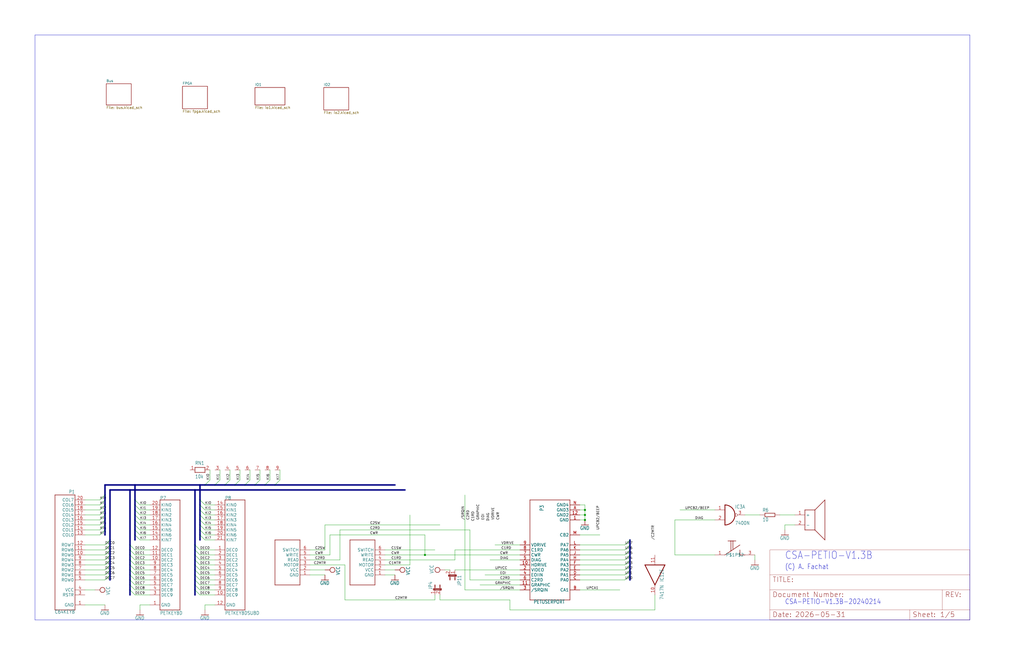
<source format=kicad_sch>
(kicad_sch (version 20250114) (generator "eeschema") (generator_version "9.0")
  (paper "User" 520.243 335.763)
  (lib_symbols
    (symbol "csa_petio_v1-eagle-import:7400N"
      (property "Reference" "IC" (at -0.635 -0.635 0))
      (symbol "7400N_1_0"
        (pin input line (at -7.62 2.54 0) (length 5.08) (name "I0") (number "1"))
        (pin input line (at -7.62 -2.54 0) (length 5.08) (name "I1") (number "2"))
        (pin output inverted (at 7.62 0 180) (length 5.08) (name "O") (number "3"))
      )
      (symbol "7400N_2_0"
        (pin input line (at -7.62 2.54 0) (length 5.08) (name "I0") (number "4"))
        (pin input line (at -7.62 -2.54 0) (length 5.08) (name "I1") (number "5"))
        (pin output inverted (at 7.62 0 180) (length 5.08) (name "O") (number "6"))
      )
      (symbol "7400N_3_0"
        (pin input line (at -7.62 2.54 0) (length 5.08) (name "I0") (number "9"))
        (pin input line (at -7.62 -2.54 0) (length 5.08) (name "I1") (number "10"))
        (pin output inverted (at 7.62 0 180) (length 5.08) (name "O") (number "8"))
      )
      (symbol "7400N_4_0"
        (pin input line (at -7.62 2.54 0) (length 5.08) (name "I0") (number "12"))
        (pin input line (at -7.62 -2.54 0) (length 5.08) (name "I1") (number "13"))
        (pin output inverted (at 7.62 0 180) (length 5.08) (name "O") (number "11"))
      )
      (symbol "7400N_5_0"
        (text "VCC" (at 1.905 2.54 900) (effects (font (size 1.27 1.0795)) (justify left bottom)))
        (text "GND" (at 1.905 -5.842 900) (effects (font (size 1.27 1.0795)) (justify left bottom)))
        (pin power_in line (at 0 7.62 270) (length 5.08) (name "VCC") (number "14"))
        (pin power_in line (at 0 -7.62 90) (length 5.08) (name "GND") (number "7"))
      )
    )
    (symbol "csa_petio_v1-eagle-import:7417N"
      (property "Reference" "IC" (at -0.635 -0.635 0))
      (symbol "7417N_1_0"
        (pin input line (at -10.16 0 0) (length 5.08) (name "I") (number "1"))
        (pin open_collector line (at 10.16 0 180) (length 5.08) (name "O") (number "2"))
      )
      (symbol "7417N_2_0"
        (pin input line (at -10.16 0 0) (length 5.08) (name "I") (number "3"))
        (pin open_collector line (at 10.16 0 180) (length 5.08) (name "O") (number "4"))
      )
      (symbol "7417N_3_0"
        (pin input line (at -10.16 0 0) (length 5.08) (name "I") (number "5"))
        (pin open_collector line (at 10.16 0 180) (length 5.08) (name "O") (number "6"))
      )
      (symbol "7417N_4_0"
        (pin input line (at -10.16 0 0) (length 5.08) (name "I") (number "9"))
        (pin open_collector line (at 10.16 0 180) (length 5.08) (name "O") (number "8"))
      )
      (symbol "7417N_5_0"
        (pin input line (at -10.16 0 0) (length 5.08) (name "I") (number "11"))
        (pin open_collector line (at 10.16 0 180) (length 5.08) (name "O") (number "10"))
      )
      (symbol "7417N_6_0"
        (pin input line (at -10.16 0 0) (length 5.08) (name "I") (number "13"))
        (pin open_collector line (at 10.16 0 180) (length 5.08) (name "O") (number "12"))
      )
      (symbol "7417N_7_0"
        (text "VCC" (at 1.905 2.54 900) (effects (font (size 1.27 1.0795)) (justify left bottom)))
        (text "GND" (at 1.905 -5.842 900) (effects (font (size 1.27 1.0795)) (justify left bottom)))
        (pin power_in line (at 0 7.62 270) (length 5.08) (name "VCC") (number "14"))
        (pin power_in line (at 0 -7.62 90) (length 5.08) (name "GND") (number "7"))
      )
    )
    (symbol "csa_petio_v1-eagle-import:C64KEYB"
      (property "Reference" "P" (at -7.62 -35.56 0))
      (symbol "C64KEYB_1_0"
        (pin bidirectional line (at -12.7 22.86 0) (length 5.08) (name "GND") (number "1"))
        (pin bidirectional line (at -12.7 17.78 0) (length 5.08) (name "RSTR") (number "3"))
        (pin bidirectional line (at -12.7 15.24 0) (length 5.08) (name "VCC") (number "4"))
        (pin bidirectional line (at -12.7 10.16 0) (length 5.08) (name "ROW0") (number "5"))
        (pin bidirectional line (at -12.7 7.62 0) (length 5.08) (name "ROW1") (number "6"))
        (pin bidirectional line (at -12.7 5.08 0) (length 5.08) (name "ROW2") (number "7"))
        (pin bidirectional line (at -12.7 2.54 0) (length 5.08) (name "ROW3") (number "8"))
        (pin bidirectional line (at -12.7 0 0) (length 5.08) (name "ROW4") (number "9"))
        (pin bidirectional line (at -12.7 -2.54 0) (length 5.08) (name "ROW5") (number "10"))
        (pin bidirectional line (at -12.7 -5.08 0) (length 5.08) (name "ROW6") (number "11"))
        (pin bidirectional line (at -12.7 -7.62 0) (length 5.08) (name "ROW7") (number "12"))
        (pin bidirectional line (at -12.7 -12.7 0) (length 5.08) (name "COL0") (number "13"))
        (pin bidirectional line (at -12.7 -15.24 0) (length 5.08) (name "COL1") (number "14"))
        (pin bidirectional line (at -12.7 -17.78 0) (length 5.08) (name "COL2") (number "15"))
        (pin bidirectional line (at -12.7 -20.32 0) (length 5.08) (name "COL3") (number "16"))
        (pin bidirectional line (at -12.7 -22.86 0) (length 5.08) (name "COL4") (number "17"))
        (pin bidirectional line (at -12.7 -25.4 0) (length 5.08) (name "COL5") (number "18"))
        (pin bidirectional line (at -12.7 -27.94 0) (length 5.08) (name "COL6") (number "19"))
        (pin bidirectional line (at -12.7 -30.48 0) (length 5.08) (name "COL7") (number "20"))
      )
    )
    (symbol "csa_petio_v1-eagle-import:CBMTAPE"
      (symbol "CBMTAPE_1_0"
        (pin bidirectional line (at -12.7 10.16 0) (length 5.08) (name "GND") (number "1"))
        (pin bidirectional line (at -12.7 7.62 0) (length 5.08) (name "VCC") (number "2"))
        (pin bidirectional line (at -12.7 5.08 0) (length 5.08) (name "MOTOR") (number "3"))
        (pin bidirectional line (at -12.7 2.54 0) (length 5.08) (name "READ") (number "4"))
        (pin bidirectional line (at -12.7 0 0) (length 5.08) (name "WRITE") (number "5"))
        (pin bidirectional line (at -12.7 -2.54 0) (length 5.08) (name "SWITCH") (number "6"))
      )
    )
    (symbol "csa_petio_v1-eagle-import:DOCFIELD"
      (symbol "DOCFIELD_1_0"
        (text "TITLE:" (at 1.27 19.05 0) (effects (font (size 2.54 2.54)) (justify left bottom)))
        (text "Document Number:" (at 1.27 11.43 0) (effects (font (size 2.54 2.54)) (justify left bottom)))
        (text "Date:" (at 1.27 1.27 0) (effects (font (size 2.54 2.54)) (justify left bottom)))
        (text "${CURRENT_DATE}" (at 12.7 1.27 0) (effects (font (size 2.54 2.54)) (justify left bottom)))
        (text "${PROJECTNAME}" (at 17.78 19.05 0) (effects (font (size 2.54 2.54)) (justify left bottom)))
        (text "Sheet:" (at 72.39 1.27 0) (effects (font (size 2.54 2.54)) (justify left bottom)))
        (text "${#}/${##}" (at 86.36 1.27 0) (effects (font (size 2.54 2.54)) (justify left bottom)))
        (text "REV:" (at 88.9 11.43 0) (effects (font (size 2.54 2.54)) (justify left bottom)))
      )
    )
    (symbol "csa_petio_v1-eagle-import:GND" (power)
      (symbol "GND_1_0"
        (pin power_in line (at 0 2.54 270) (length 2.54) (name "GND") (number "1"))
      )
    )
    (symbol "csa_petio_v1-eagle-import:JP1E"
      (property "Reference" "JP" (at -1.27 0 90))
      (symbol "JP1E_1_0"
        (pin passive line (at 0 -2.54 90) (length 2.54) (name "1") (number "1"))
        (pin passive line (at 2.54 -2.54 90) (length 2.54) (name "2") (number "2"))
      )
    )
    (symbol "csa_petio_v1-eagle-import:PETKEYBD"
      (symbol "PETKEYBD_1_0"
        (pin bidirectional line (at -10.16 25.4 0) (length 5.08) (name "KIN0") (number "20"))
        (pin bidirectional line (at -10.16 22.86 0) (length 5.08) (name "KIN1") (number "19"))
        (pin bidirectional line (at -10.16 20.32 0) (length 5.08) (name "KIN2") (number "18"))
        (pin bidirectional line (at -10.16 17.78 0) (length 5.08) (name "KIN3") (number "17"))
        (pin bidirectional line (at -10.16 15.24 0) (length 5.08) (name "KIN4") (number "16"))
        (pin bidirectional line (at -10.16 12.7 0) (length 5.08) (name "KIN5") (number "15"))
        (pin bidirectional line (at -10.16 10.16 0) (length 5.08) (name "KIN6") (number "14"))
        (pin bidirectional line (at -10.16 7.62 0) (length 5.08) (name "KIN7") (number "13"))
        (pin bidirectional line (at -10.16 2.54 0) (length 5.08) (name "DEC0") (number "12"))
        (pin bidirectional line (at -10.16 0 0) (length 5.08) (name "DEC1") (number "11"))
        (pin bidirectional line (at -10.16 -2.54 0) (length 5.08) (name "DEC2") (number "10"))
        (pin bidirectional line (at -10.16 -5.08 0) (length 5.08) (name "DEC3") (number "9"))
        (pin bidirectional line (at -10.16 -7.62 0) (length 5.08) (name "DEC4") (number "8"))
        (pin bidirectional line (at -10.16 -10.16 0) (length 5.08) (name "DEC5") (number "7"))
        (pin bidirectional line (at -10.16 -12.7 0) (length 5.08) (name "DEC6") (number "6"))
        (pin bidirectional line (at -10.16 -15.24 0) (length 5.08) (name "DEC7") (number "5"))
        (pin bidirectional line (at -10.16 -17.78 0) (length 5.08) (name "DEC8") (number "4"))
        (pin bidirectional line (at -10.16 -20.32 0) (length 5.08) (name "DEC9") (number "3"))
        (pin bidirectional line (at -10.16 -25.4 0) (length 5.08) (name "GND") (number "1"))
      )
    )
    (symbol "csa_petio_v1-eagle-import:PETKEYBDSUBD"
      (symbol "PETKEYBDSUBD_1_0"
        (pin bidirectional line (at -10.16 25.4 0) (length 5.08) (name "KIN0") (number "14"))
        (pin bidirectional line (at -10.16 22.86 0) (length 5.08) (name "KIN1") (number "15"))
        (pin bidirectional line (at -10.16 20.32 0) (length 5.08) (name "KIN2") (number "16"))
        (pin bidirectional line (at -10.16 17.78 0) (length 5.08) (name "KIN3") (number "17"))
        (pin bidirectional line (at -10.16 15.24 0) (length 5.08) (name "KIN4") (number "18"))
        (pin bidirectional line (at -10.16 12.7 0) (length 5.08) (name "KIN5") (number "19"))
        (pin bidirectional line (at -10.16 10.16 0) (length 5.08) (name "KIN6") (number "20"))
        (pin bidirectional line (at -10.16 7.62 0) (length 5.08) (name "KIN7") (number "21"))
        (pin bidirectional line (at -10.16 2.54 0) (length 5.08) (name "DEC0") (number "1"))
        (pin bidirectional line (at -10.16 0 0) (length 5.08) (name "DEC1") (number "2"))
        (pin bidirectional line (at -10.16 -2.54 0) (length 5.08) (name "DEC2") (number "3"))
        (pin bidirectional line (at -10.16 -5.08 0) (length 5.08) (name "DEC3") (number "4"))
        (pin bidirectional line (at -10.16 -7.62 0) (length 5.08) (name "DEC4") (number "5"))
        (pin bidirectional line (at -10.16 -10.16 0) (length 5.08) (name "DEC5") (number "6"))
        (pin bidirectional line (at -10.16 -12.7 0) (length 5.08) (name "DEC6") (number "7"))
        (pin bidirectional line (at -10.16 -15.24 0) (length 5.08) (name "DEC7") (number "8"))
        (pin bidirectional line (at -10.16 -17.78 0) (length 5.08) (name "DEC8") (number "9"))
        (pin bidirectional line (at -10.16 -20.32 0) (length 5.08) (name "DEC9") (number "10"))
        (pin bidirectional line (at -10.16 -25.4 0) (length 5.08) (name "GND") (number "12"))
      )
    )
    (symbol "csa_petio_v1-eagle-import:PETUSERPORT"
      (property "Reference" "P" (at -2.54 -20.32 90))
      (symbol "PETUSERPORT_1_0"
        (pin bidirectional line (at -22.86 22.86 0) (length 5.08) (name "CA1") (number "B"))
        (pin bidirectional line (at -22.86 17.78 0) (length 5.08) (name "PA0") (number "C"))
        (pin bidirectional line (at -22.86 15.24 0) (length 5.08) (name "PA1") (number "D"))
        (pin bidirectional line (at -22.86 12.7 0) (length 5.08) (name "PA2") (number "E"))
        (pin bidirectional line (at -22.86 10.16 0) (length 5.08) (name "PA3") (number "F"))
        (pin bidirectional line (at -22.86 7.62 0) (length 5.08) (name "PA4") (number "H"))
        (pin bidirectional line (at -22.86 5.08 0) (length 5.08) (name "PA5") (number "J"))
        (pin bidirectional line (at -22.86 2.54 0) (length 5.08) (name "PA6") (number "K"))
        (pin bidirectional line (at -22.86 0 0) (length 5.08) (name "PA7") (number "L"))
        (pin bidirectional line (at -22.86 -5.08 0) (length 5.08) (name "CB2") (number "M"))
        (pin bidirectional line (at -22.86 -12.7 0) (length 5.08) (name "GND") (number "1"))
        (pin bidirectional line (at -22.86 -15.24 0) (length 5.08) (name "GND2") (number "12"))
        (pin bidirectional line (at -22.86 -17.78 0) (length 5.08) (name "GND3") (number "A"))
        (pin bidirectional line (at -22.86 -20.32 0) (length 5.08) (name "GND4") (number "N"))
        (pin bidirectional line (at 7.62 22.86 180) (length 5.08) (name "/SRQIN") (number "3"))
        (pin bidirectional line (at 7.62 20.32 180) (length 5.08) (name "GRAPHIC") (number "11"))
        (pin bidirectional line (at 7.62 17.78 180) (length 5.08) (name "C2RD") (number "6"))
        (pin bidirectional line (at 7.62 15.24 180) (length 5.08) (name "EOIIN") (number "4"))
        (pin bidirectional line (at 7.62 12.7 180) (length 5.08) (name "VIDEO") (number "2"))
        (pin bidirectional line (at 7.62 10.16 180) (length 5.08) (name "HDRIVE") (number "10"))
        (pin bidirectional line (at 7.62 7.62 180) (length 5.08) (name "DIAG") (number "5"))
        (pin bidirectional line (at 7.62 5.08 180) (length 5.08) (name "CWR") (number "7"))
        (pin bidirectional line (at 7.62 2.54 180) (length 5.08) (name "C1RD") (number "8"))
        (pin bidirectional line (at 7.62 0 180) (length 5.08) (name "VDRIVE") (number "9"))
      )
    )
    (symbol "csa_petio_v1-eagle-import:PIEZOBEEPERPIEZO"
      (symbol "PIEZOBEEPERPIEZO_1_0"
        (pin bidirectional line (at -10.16 17.78 270) (length 5.08) (name "-") (number "2"))
        (pin bidirectional line (at -5.08 17.78 270) (length 5.08) (name "+") (number "1"))
      )
    )
    (symbol "csa_petio_v1-eagle-import:R-EU_0207/10"
      (property "Reference" "R" (at -3.81 1.4986 0))
      (symbol "R-EU_0207/10_1_0"
        (pin passive line (at -5.08 0 0) (length 2.54) (name "1") (number "1"))
        (pin passive line (at 5.08 0 180) (length 2.54) (name "2") (number "2"))
      )
    )
    (symbol "csa_petio_v1-eagle-import:RN08"
      (property "Reference" "RN" (at -2.54 2.54 0))
      (symbol "RN08_1_0"
        (pin passive line (at -5.08 0 0) (length 2.54) (name "1") (number "1"))
        (pin passive line (at 5.08 0 180) (length 2.54) (name "2") (number "2"))
        (pin passive line (at 10.16 0 180) (length 2.54) (name "3") (number "3"))
        (pin passive line (at 15.24 0 180) (length 2.54) (name "4") (number "4"))
        (pin passive line (at 20.32 0 180) (length 2.54) (name "5") (number "5"))
        (pin passive line (at 25.4 0 180) (length 2.54) (name "6") (number "6"))
        (pin passive line (at 30.48 0 180) (length 2.54) (name "7") (number "7"))
        (pin passive line (at 35.56 0 180) (length 2.54) (name "8") (number "8"))
        (pin passive line (at 40.64 0 180) (length 2.54) (name "9") (number "9"))
      )
    )
    (symbol "csa_petio_v1-eagle-import:TASTER"
      (symbol "TASTER_1_0"
        (pin bidirectional line (at -10.16 0 0) (length 5.08) (name "P$1") (number "1"))
        (pin bidirectional line (at 10.16 0 180) (length 5.08) (name "P$2") (number "3"))
      )
    )
    (symbol "csa_petio_v1-eagle-import:VCC" (power)
      (symbol "VCC_1_0"
        (pin power_in line (at 0 -2.54 90) (length 2.54) (name "VCC") (number "1"))
      )
    )
  )
  (text "CSA-PETIO-V1.3B-20240214" (at 398.78 307.34 0) (effects (font (size 2.54 2.159)) (justify left bottom)))
  (text "(C) A. Fachat" (at 398.78 289.56 0) (effects (font (size 2.54 2.159)) (justify left bottom)))
  (text "CSA-PETIO-V1.3B" (at 398.78 284.48 0) (effects (font (size 3.81 3.2385)) (justify left bottom)))
  (junction (at 297.18 259.08))
  (junction (at 297.18 261.62))
  (junction (at 297.18 264.16))
  (junction (at 215.9 281.94))
  (bus_entry (at 71.12 259.08) (size -2.54 -2.54))
  (bus_entry (at 101.6 281.94) (size -2.54 -2.54))
  (bus_entry (at 101.6 284.48) (size -2.54 -2.54))
  (bus_entry (at 317.5 281.94) (size 2.54 -2.54))
  (bus_entry (at 53.34 284.48) (size 2.54 -2.54))
  (bus_entry (at 121.92 243.84) (size -2.54 2.54))
  (bus_entry (at 116.84 243.84) (size -2.54 2.54))
  (bus_entry (at 71.12 261.62) (size -2.54 -2.54))
  (bus_entry (at 104.14 261.62) (size -2.54 -2.54))
  (bus_entry (at 317.5 292.1) (size 2.54 -2.54))
  (bus_entry (at 132.08 243.84) (size -2.54 2.54))
  (bus_entry (at 101.6 294.64) (size -2.54 -2.54))
  (bus_entry (at 104.14 271.78) (size -2.54 -2.54))
  (bus_entry (at 68.58 284.48) (size -2.54 -2.54))
  (bus_entry (at 50.8 254) (size 2.54 -2.54))
  (bus_entry (at 317.5 279.4) (size 2.54 -2.54))
  (bus_entry (at 317.5 287.02) (size 2.54 -2.54))
  (bus_entry (at 101.6 279.4) (size -2.54 -2.54))
  (bus_entry (at 104.14 274.32) (size -2.54 -2.54))
  (bus_entry (at 101.6 299.72) (size -2.54 -2.54))
  (bus_entry (at 101.6 302.26) (size -2.54 -2.54))
  (bus_entry (at 68.58 281.94) (size -2.54 -2.54))
  (bus_entry (at 142.24 243.84) (size -2.54 2.54))
  (bus_entry (at 68.58 287.02) (size -2.54 -2.54))
  (bus_entry (at 104.14 266.7) (size -2.54 -2.54))
  (bus_entry (at 104.14 259.08) (size -2.54 -2.54))
  (bus_entry (at 101.6 297.18) (size -2.54 -2.54))
  (bus_entry (at 104.14 256.54) (size -2.54 -2.54))
  (bus_entry (at 317.5 289.56) (size 2.54 -2.54))
  (bus_entry (at 104.14 264.16) (size -2.54 -2.54))
  (bus_entry (at 50.8 259.08) (size 2.54 -2.54))
  (bus_entry (at 101.6 287.02) (size -2.54 -2.54))
  (bus_entry (at 101.6 292.1) (size -2.54 -2.54))
  (bus_entry (at 50.8 271.78) (size 2.54 -2.54))
  (bus_entry (at 53.34 287.02) (size 2.54 -2.54))
  (bus_entry (at 71.12 266.7) (size -2.54 -2.54))
  (bus_entry (at 137.16 243.84) (size -2.54 2.54))
  (bus_entry (at 127 243.84) (size -2.54 2.54))
  (bus_entry (at 68.58 292.1) (size -2.54 -2.54))
  (bus_entry (at 53.34 276.86) (size 2.54 -2.54))
  (bus_entry (at 71.12 269.24) (size -2.54 -2.54))
  (bus_entry (at 50.8 269.24) (size 2.54 -2.54))
  (bus_entry (at 50.8 266.7) (size 2.54 -2.54))
  (bus_entry (at 104.14 269.24) (size -2.54 -2.54))
  (bus_entry (at 68.58 297.18) (size -2.54 -2.54))
  (bus_entry (at 71.12 264.16) (size -2.54 -2.54))
  (bus_entry (at 53.34 281.94) (size 2.54 -2.54))
  (bus_entry (at 68.58 302.26) (size -2.54 -2.54))
  (bus_entry (at 101.6 289.56) (size -2.54 -2.54))
  (bus_entry (at 50.8 264.16) (size 2.54 -2.54))
  (bus_entry (at 68.58 289.56) (size -2.54 -2.54))
  (bus_entry (at 68.58 279.4) (size -2.54 -2.54))
  (bus_entry (at 71.12 256.54) (size -2.54 -2.54))
  (bus_entry (at 53.34 294.64) (size 2.54 -2.54))
  (bus_entry (at 106.68 243.84) (size -2.54 2.54))
  (bus_entry (at 71.12 274.32) (size -2.54 -2.54))
  (bus_entry (at 50.8 261.62) (size 2.54 -2.54))
  (bus_entry (at 53.34 289.56) (size 2.54 -2.54))
  (bus_entry (at 68.58 294.64) (size -2.54 -2.54))
  (bus_entry (at 53.34 292.1) (size 2.54 -2.54))
  (bus_entry (at 317.5 276.86) (size 2.54 -2.54))
  (bus_entry (at 71.12 271.78) (size -2.54 -2.54))
  (bus_entry (at 317.5 284.48) (size 2.54 -2.54))
  (bus_entry (at 50.8 256.54) (size 2.54 -2.54))
  (bus_entry (at 317.5 294.64) (size 2.54 -2.54))
  (bus_entry (at 68.58 299.72) (size -2.54 -2.54))
  (bus_entry (at 53.34 279.4) (size 2.54 -2.54))
  (bus_entry (at 111.76 243.84) (size -2.54 2.54))
  (wire (pts (xy 231.14 289.56) (xy 264.16 289.56)) (stroke (width 0.1524)))
  (wire (pts (xy 43.18 284.48) (xy 53.34 284.48)) (stroke (width 0.1524)))
  (wire (pts (xy 294.64 289.56) (xy 317.5 289.56)) (stroke (width 0.1524)))
  (wire (pts (xy 76.2 269.24) (xy 71.12 269.24)) (stroke (width 0.1524)))
  (polyline (pts (xy 492.76 17.78) (xy 492.76 314.96)) (stroke (width 0.1524) (type solid)))
  (wire (pts (xy 195.58 281.94) (xy 215.9 281.94)) (stroke (width 0.1524)))
  (wire (pts (xy 43.18 289.56) (xy 53.34 289.56)) (stroke (width 0.1524)))
  (wire (pts (xy 208.28 261.62) (xy 208.28 287.02)) (stroke (width 0.1524)))
  (wire (pts (xy 43.18 292.1) (xy 53.34 292.1)) (stroke (width 0.1524)))
  (wire (pts (xy 76.2 299.72) (xy 68.58 299.72)) (stroke (width 0.1524)))
  (bus (pts (xy 66.04 279.4) (xy 66.04 281.94)) (stroke (width 0.762)))
  (wire (pts (xy 43.18 259.08) (xy 50.8 259.08)) (stroke (width 0.1524)))
  (wire (pts (xy 383.54 281.94) (xy 383.54 284.48)) (stroke (width 0.1524)))
  (wire (pts (xy 106.68 243.84) (xy 106.68 238.76)) (stroke (width 0.1524)))
  (wire (pts (xy 109.22 289.56) (xy 101.6 289.56)) (stroke (width 0.1524)))
  (wire (pts (xy 109.22 261.62) (xy 104.14 261.62)) (stroke (width 0.1524)))
  (bus (pts (xy 99.06 248.92) (xy 99.06 276.86)) (stroke (width 0.762)))
  (wire (pts (xy 175.26 287.02) (xy 175.26 304.8)) (stroke (width 0.1524)))
  (bus (pts (xy 66.04 248.92) (xy 55.88 248.92)) (stroke (width 0.762)))
  (bus (pts (xy 66.04 294.64) (xy 66.04 297.18)) (stroke (width 0.762)))
  (wire (pts (xy 175.26 304.8) (xy 220.98 304.8)) (stroke (width 0.1524)))
  (bus (pts (xy 101.6 246.38) (xy 68.58 246.38)) (stroke (width 0.762)))
  (wire (pts (xy 76.2 274.32) (xy 71.12 274.32)) (stroke (width 0.1524)))
  (bus (pts (xy 68.58 261.62) (xy 68.58 264.16)) (stroke (width 0.762)))
  (wire (pts (xy 294.64 294.64) (xy 317.5 294.64)) (stroke (width 0.1524)))
  (bus (pts (xy 99.06 297.18) (xy 99.06 299.72)) (stroke (width 0.762)))
  (wire (pts (xy 76.2 284.48) (xy 68.58 284.48)) (stroke (width 0.1524)))
  (bus (pts (xy 66.04 289.56) (xy 66.04 292.1)) (stroke (width 0.762)))
  (wire (pts (xy 157.48 289.56) (xy 165.1 289.56)) (stroke (width 0.1524)))
  (bus (pts (xy 55.88 248.92) (xy 55.88 274.32)) (stroke (width 0.762)))
  (wire (pts (xy 238.76 269.24) (xy 238.76 294.64)) (stroke (width 0.1524)))
  (wire (pts (xy 127 243.84) (xy 127 238.76)) (stroke (width 0.1524)))
  (wire (pts (xy 109.22 274.32) (xy 104.14 274.32)) (stroke (width 0.1524)))
  (wire (pts (xy 157.48 292.1) (xy 165.1 292.1)) (stroke (width 0.1524)))
  (wire (pts (xy 76.2 266.7) (xy 71.12 266.7)) (stroke (width 0.1524)))
  (wire (pts (xy 398.78 266.7) (xy 403.86 266.7)) (stroke (width 0.1524)))
  (bus (pts (xy 53.34 259.08) (xy 53.34 261.62)) (stroke (width 0.762)))
  (bus (pts (xy 101.6 269.24) (xy 101.6 271.78)) (stroke (width 0.762)))
  (bus (pts (xy 68.58 254) (xy 68.58 256.54)) (stroke (width 0.762)))
  (bus (pts (xy 320.04 292.1) (xy 320.04 294.64)) (stroke (width 0.762)))
  (wire (pts (xy 109.22 284.48) (xy 101.6 284.48)) (stroke (width 0.1524)))
  (wire (pts (xy 121.92 243.84) (xy 121.92 238.76)) (stroke (width 0.1524)))
  (bus (pts (xy 66.04 276.86) (xy 66.04 279.4)) (stroke (width 0.762)))
  (wire (pts (xy 226.06 289.56) (xy 228.6 289.56)) (stroke (width 0.1524)))
  (wire (pts (xy 43.18 271.78) (xy 50.8 271.78)) (stroke (width 0.1524)))
  (wire (pts (xy 142.24 243.84) (xy 142.24 238.76)) (stroke (width 0.1524)))
  (wire (pts (xy 76.2 292.1) (xy 68.58 292.1)) (stroke (width 0.1524)))
  (wire (pts (xy 294.64 292.1) (xy 317.5 292.1)) (stroke (width 0.1524)))
  (wire (pts (xy 109.22 281.94) (xy 101.6 281.94)) (stroke (width 0.1524)))
  (wire (pts (xy 53.34 307.34) (xy 43.18 307.34)) (stroke (width 0.1524)))
  (wire (pts (xy 345.44 259.08) (xy 363.22 259.08)) (stroke (width 0.1524)))
  (bus (pts (xy 53.34 269.24) (xy 53.34 271.78)) (stroke (width 0.762)))
  (wire (pts (xy 294.64 264.16) (xy 297.18 264.16)) (stroke (width 0.1524)))
  (wire (pts (xy 175.26 287.02) (xy 157.48 287.02)) (stroke (width 0.1524)))
  (bus (pts (xy 320.04 281.94) (xy 320.04 284.48)) (stroke (width 0.762)))
  (bus (pts (xy 101.6 254) (xy 101.6 256.54)) (stroke (width 0.762)))
  (wire (pts (xy 294.64 261.62) (xy 297.18 261.62)) (stroke (width 0.1524)))
  (wire (pts (xy 109.22 259.08) (xy 104.14 259.08)) (stroke (width 0.1524)))
  (wire (pts (xy 378.46 261.62) (xy 386.08 261.62)) (stroke (width 0.1524)))
  (wire (pts (xy 157.48 284.48) (xy 172.72 284.48)) (stroke (width 0.1524)))
  (bus (pts (xy 139.7 246.38) (xy 134.62 246.38)) (stroke (width 0.762)))
  (wire (pts (xy 223.52 302.26) (xy 223.52 304.8)) (stroke (width 0.1524)))
  (wire (pts (xy 231.14 279.4) (xy 264.16 279.4)) (stroke (width 0.1524)))
  (wire (pts (xy 396.24 261.62) (xy 403.86 261.62)) (stroke (width 0.1524)))
  (wire (pts (xy 109.22 269.24) (xy 104.14 269.24)) (stroke (width 0.1524)))
  (bus (pts (xy 124.46 246.38) (xy 119.38 246.38)) (stroke (width 0.762)))
  (bus (pts (xy 104.14 246.38) (xy 101.6 246.38)) (stroke (width 0.762)))
  (wire (pts (xy 76.2 261.62) (xy 71.12 261.62)) (stroke (width 0.1524)))
  (wire (pts (xy 48.26 299.72) (xy 43.18 299.72)) (stroke (width 0.1524)))
  (bus (pts (xy 129.54 246.38) (xy 124.46 246.38)) (stroke (width 0.762)))
  (bus (pts (xy 200.66 246.38) (xy 139.7 246.38)) (stroke (width 0.762)))
  (wire (pts (xy 109.22 256.54) (xy 104.14 256.54)) (stroke (width 0.1524)))
  (bus (pts (xy 320.04 279.4) (xy 320.04 281.94)) (stroke (width 0.762)))
  (wire (pts (xy 43.18 266.7) (xy 50.8 266.7)) (stroke (width 0.1524)))
  (bus (pts (xy 68.58 264.16) (xy 68.58 266.7)) (stroke (width 0.762)))
  (wire (pts (xy 294.64 276.86) (xy 317.5 276.86)) (stroke (width 0.1524)))
  (wire (pts (xy 208.28 287.02) (xy 195.58 287.02)) (stroke (width 0.1524)))
  (wire (pts (xy 109.22 266.7) (xy 104.14 266.7)) (stroke (width 0.1524)))
  (wire (pts (xy 294.64 284.48) (xy 317.5 284.48)) (stroke (width 0.1524)))
  (bus (pts (xy 99.06 294.64) (xy 99.06 297.18)) (stroke (width 0.762)))
  (wire (pts (xy 398.78 266.7) (xy 398.78 269.24)) (stroke (width 0.1524)))
  (bus (pts (xy 53.34 246.38) (xy 53.34 251.46)) (stroke (width 0.762)))
  (bus (pts (xy 53.34 254) (xy 53.34 256.54)) (stroke (width 0.762)))
  (bus (pts (xy 68.58 246.38) (xy 53.34 246.38)) (stroke (width 0.762)))
  (bus (pts (xy 66.04 248.92) (xy 66.04 276.86)) (stroke (width 0.762)))
  (bus (pts (xy 55.88 289.56) (xy 55.88 292.1)) (stroke (width 0.762)))
  (bus (pts (xy 53.34 251.46) (xy 53.34 254)) (stroke (width 0.762)))
  (bus (pts (xy 101.6 271.78) (xy 101.6 274.32)) (stroke (width 0.762)))
  (polyline (pts (xy 17.78 314.96) (xy 17.78 17.78)) (stroke (width 0.1524) (type solid)))
  (wire (pts (xy 251.46 276.86) (xy 264.16 276.86)) (stroke (width 0.1524)))
  (wire (pts (xy 76.2 264.16) (xy 71.12 264.16)) (stroke (width 0.1524)))
  (wire (pts (xy 332.74 309.88) (xy 332.74 302.26)) (stroke (width 0.1524)))
  (bus (pts (xy 53.34 266.7) (xy 53.34 269.24)) (stroke (width 0.762)))
  (wire (pts (xy 195.58 289.56) (xy 200.66 289.56)) (stroke (width 0.1524)))
  (wire (pts (xy 109.22 264.16) (xy 104.14 264.16)) (stroke (width 0.1524)))
  (wire (pts (xy 236.22 299.72) (xy 236.22 251.46)) (stroke (width 0.1524)))
  (wire (pts (xy 104.14 307.34) (xy 104.14 309.88)) (stroke (width 0.1524)))
  (bus (pts (xy 53.34 264.16) (xy 53.34 266.7)) (stroke (width 0.762)))
  (bus (pts (xy 68.58 256.54) (xy 68.58 259.08)) (stroke (width 0.762)))
  (wire (pts (xy 167.64 271.78) (xy 167.64 281.94)) (stroke (width 0.1524)))
  (wire (pts (xy 264.16 299.72) (xy 236.22 299.72)) (stroke (width 0.1524)))
  (bus (pts (xy 99.06 287.02) (xy 99.06 289.56)) (stroke (width 0.762)))
  (wire (pts (xy 43.18 279.4) (xy 53.34 279.4)) (stroke (width 0.1524)))
  (bus (pts (xy 101.6 264.16) (xy 101.6 266.7)) (stroke (width 0.762)))
  (wire (pts (xy 109.22 279.4) (xy 101.6 279.4)) (stroke (width 0.1524)))
  (wire (pts (xy 167.64 281.94) (xy 157.48 281.94)) (stroke (width 0.1524)))
  (bus (pts (xy 53.34 256.54) (xy 53.34 259.08)) (stroke (width 0.762)))
  (wire (pts (xy 215.9 281.94) (xy 264.16 281.94)) (stroke (width 0.1524)))
  (wire (pts (xy 294.64 271.78) (xy 304.8 271.78)) (stroke (width 0.1524)))
  (wire (pts (xy 294.64 299.72) (xy 314.96 299.72)) (stroke (width 0.1524)))
  (bus (pts (xy 66.04 297.18) (xy 66.04 299.72)) (stroke (width 0.762)))
  (wire (pts (xy 76.2 297.18) (xy 68.58 297.18)) (stroke (width 0.1524)))
  (wire (pts (xy 342.9 281.94) (xy 342.9 264.16)) (stroke (width 0.1524)))
  (bus (pts (xy 99.06 289.56) (xy 99.06 292.1)) (stroke (width 0.762)))
  (wire (pts (xy 165.1 266.7) (xy 165.1 279.4)) (stroke (width 0.1524)))
  (bus (pts (xy 55.88 287.02) (xy 55.88 289.56)) (stroke (width 0.762)))
  (wire (pts (xy 109.22 299.72) (xy 101.6 299.72)) (stroke (width 0.1524)))
  (wire (pts (xy 220.98 304.8) (xy 220.98 302.26)) (stroke (width 0.1524)))
  (bus (pts (xy 134.62 246.38) (xy 129.54 246.38)) (stroke (width 0.762)))
  (wire (pts (xy 342.9 264.16) (xy 363.22 264.16)) (stroke (width 0.1524)))
  (wire (pts (xy 76.2 281.94) (xy 68.58 281.94)) (stroke (width 0.1524)))
  (bus (pts (xy 99.06 299.72) (xy 99.06 302.26)) (stroke (width 0.762)))
  (wire (pts (xy 43.18 281.94) (xy 53.34 281.94)) (stroke (width 0.1524)))
  (wire (pts (xy 172.72 269.24) (xy 238.76 269.24)) (stroke (width 0.1524)))
  (wire (pts (xy 109.22 287.02) (xy 101.6 287.02)) (stroke (width 0.1524)))
  (wire (pts (xy 297.18 261.62) (xy 297.18 264.16)) (stroke (width 0.1524)))
  (bus (pts (xy 101.6 259.08) (xy 101.6 261.62)) (stroke (width 0.762)))
  (wire (pts (xy 215.9 281.94) (xy 215.9 271.78)) (stroke (width 0.1524)))
  (wire (pts (xy 137.16 243.84) (xy 137.16 238.76)) (stroke (width 0.1524)))
  (bus (pts (xy 114.3 246.38) (xy 109.22 246.38)) (stroke (width 0.762)))
  (wire (pts (xy 76.2 302.26) (xy 68.58 302.26)) (stroke (width 0.1524)))
  (bus (pts (xy 55.88 279.4) (xy 55.88 281.94)) (stroke (width 0.762)))
  (wire (pts (xy 172.72 284.48) (xy 172.72 269.24)) (stroke (width 0.1524)))
  (wire (pts (xy 76.2 259.08) (xy 71.12 259.08)) (stroke (width 0.1524)))
  (bus (pts (xy 66.04 281.94) (xy 66.04 284.48)) (stroke (width 0.762)))
  (bus (pts (xy 55.88 281.94) (xy 55.88 284.48)) (stroke (width 0.762)))
  (wire (pts (xy 76.2 287.02) (xy 68.58 287.02)) (stroke (width 0.1524)))
  (bus (pts (xy 55.88 276.86) (xy 55.88 279.4)) (stroke (width 0.762)))
  (bus (pts (xy 68.58 269.24) (xy 68.58 271.78)) (stroke (width 0.762)))
  (wire (pts (xy 76.2 256.54) (xy 71.12 256.54)) (stroke (width 0.1524)))
  (wire (pts (xy 294.64 279.4) (xy 317.5 279.4)) (stroke (width 0.1524)))
  (wire (pts (xy 294.64 256.54) (xy 297.18 256.54)) (stroke (width 0.1524)))
  (wire (pts (xy 43.18 287.02) (xy 53.34 287.02)) (stroke (width 0.1524)))
  (wire (pts (xy 297.18 259.08) (xy 297.18 261.62)) (stroke (width 0.1524)))
  (wire (pts (xy 132.08 243.84) (xy 132.08 238.76)) (stroke (width 0.1524)))
  (bus (pts (xy 101.6 266.7) (xy 101.6 269.24)) (stroke (width 0.762)))
  (wire (pts (xy 195.58 279.4) (xy 220.98 279.4)) (stroke (width 0.1524)))
  (wire (pts (xy 223.52 266.7) (xy 165.1 266.7)) (stroke (width 0.1524)))
  (wire (pts (xy 297.18 256.54) (xy 297.18 259.08)) (stroke (width 0.1524)))
  (bus (pts (xy 101.6 246.38) (xy 101.6 254)) (stroke (width 0.762)))
  (wire (pts (xy 109.22 292.1) (xy 101.6 292.1)) (stroke (width 0.1524)))
  (bus (pts (xy 99.06 276.86) (xy 99.06 279.4)) (stroke (width 0.762)))
  (wire (pts (xy 223.52 304.8) (xy 259.08 304.8)) (stroke (width 0.1524)))
  (wire (pts (xy 238.76 294.64) (xy 264.16 294.64)) (stroke (width 0.1524)))
  (polyline (pts (xy 17.78 17.78) (xy 492.76 17.78)) (stroke (width 0.1524) (type solid)))
  (bus (pts (xy 101.6 261.62) (xy 101.6 264.16)) (stroke (width 0.762)))
  (wire (pts (xy 109.22 307.34) (xy 104.14 307.34)) (stroke (width 0.1524)))
  (bus (pts (xy 320.04 274.32) (xy 320.04 276.86)) (stroke (width 0.762)))
  (wire (pts (xy 109.22 271.78) (xy 104.14 271.78)) (stroke (width 0.1524)))
  (bus (pts (xy 68.58 246.38) (xy 68.58 254)) (stroke (width 0.762)))
  (wire (pts (xy 195.58 292.1) (xy 200.66 292.1)) (stroke (width 0.1524)))
  (wire (pts (xy 76.2 294.64) (xy 68.58 294.64)) (stroke (width 0.1524)))
  (wire (pts (xy 294.64 287.02) (xy 317.5 287.02)) (stroke (width 0.1524)))
  (bus (pts (xy 119.38 246.38) (xy 114.3 246.38)) (stroke (width 0.762)))
  (bus (pts (xy 205.74 248.92) (xy 99.06 248.92)) (stroke (width 0.762)))
  (bus (pts (xy 66.04 287.02) (xy 66.04 289.56)) (stroke (width 0.762)))
  (wire (pts (xy 195.58 284.48) (xy 231.14 284.48)) (stroke (width 0.1524)))
  (bus (pts (xy 53.34 261.62) (xy 53.34 264.16)) (stroke (width 0.762)))
  (polyline (pts (xy 492.76 314.96) (xy 17.78 314.96)) (stroke (width 0.1524) (type solid)))
  (wire (pts (xy 43.18 261.62) (xy 50.8 261.62)) (stroke (width 0.1524)))
  (wire (pts (xy 259.08 309.88) (xy 332.74 309.88)) (stroke (width 0.1524)))
  (bus (pts (xy 99.06 284.48) (xy 99.06 287.02)) (stroke (width 0.762)))
  (wire (pts (xy 43.18 256.54) (xy 50.8 256.54)) (stroke (width 0.1524)))
  (bus (pts (xy 55.88 292.1) (xy 55.88 294.64)) (stroke (width 0.762)))
  (bus (pts (xy 68.58 259.08) (xy 68.58 261.62)) (stroke (width 0.762)))
  (wire (pts (xy 243.84 297.18) (xy 264.16 297.18)) (stroke (width 0.1524)))
  (wire (pts (xy 43.18 254) (xy 50.8 254)) (stroke (width 0.1524)))
  (wire (pts (xy 231.14 284.48) (xy 231.14 279.4)) (stroke (width 0.1524)))
  (wire (pts (xy 116.84 243.84) (xy 116.84 238.76)) (stroke (width 0.1524)))
  (wire (pts (xy 43.18 264.16) (xy 50.8 264.16)) (stroke (width 0.1524)))
  (wire (pts (xy 215.9 271.78) (xy 167.64 271.78)) (stroke (width 0.1524)))
  (wire (pts (xy 43.18 269.24) (xy 50.8 269.24)) (stroke (width 0.1524)))
  (bus (pts (xy 99.06 248.92) (xy 66.04 248.92)) (stroke (width 0.762)))
  (wire (pts (xy 246.38 292.1) (xy 264.16 292.1)) (stroke (width 0.1524)))
  (bus (pts (xy 66.04 284.48) (xy 66.04 287.02)) (stroke (width 0.762)))
  (bus (pts (xy 55.88 274.32) (xy 55.88 276.86)) (stroke (width 0.762)))
  (wire (pts (xy 294.64 281.94) (xy 317.5 281.94)) (stroke (width 0.1524)))
  (wire (pts (xy 76.2 289.56) (xy 68.58 289.56)) (stroke (width 0.1524)))
  (bus (pts (xy 101.6 256.54) (xy 101.6 259.08)) (stroke (width 0.762)))
  (bus (pts (xy 66.04 292.1) (xy 66.04 294.64)) (stroke (width 0.762)))
  (wire (pts (xy 71.12 307.34) (xy 76.2 307.34)) (stroke (width 0.1524)))
  (wire (pts (xy 71.12 309.88) (xy 71.12 307.34)) (stroke (width 0.1524)))
  (bus (pts (xy 68.58 266.7) (xy 68.58 269.24)) (stroke (width 0.762)))
  (wire (pts (xy 43.18 294.64) (xy 53.34 294.64)) (stroke (width 0.1524)))
  (bus (pts (xy 66.04 299.72) (xy 66.04 302.26)) (stroke (width 0.762)))
  (bus (pts (xy 99.06 281.94) (xy 99.06 284.48)) (stroke (width 0.762)))
  (bus (pts (xy 320.04 287.02) (xy 320.04 289.56)) (stroke (width 0.762)))
  (wire (pts (xy 111.76 243.84) (xy 111.76 238.76)) (stroke (width 0.1524)))
  (wire (pts (xy 109.22 294.64) (xy 101.6 294.64)) (stroke (width 0.1524)))
  (bus (pts (xy 99.06 292.1) (xy 99.06 294.64)) (stroke (width 0.762)))
  (bus (pts (xy 99.06 279.4) (xy 99.06 281.94)) (stroke (width 0.762)))
  (bus (pts (xy 55.88 284.48) (xy 55.88 287.02)) (stroke (width 0.762)))
  (bus (pts (xy 109.22 246.38) (xy 104.14 246.38)) (stroke (width 0.762)))
  (bus (pts (xy 320.04 276.86) (xy 320.04 279.4)) (stroke (width 0.762)))
  (wire (pts (xy 363.22 281.94) (xy 342.9 281.94)) (stroke (width 0.1524)))
  (bus (pts (xy 68.58 271.78) (xy 68.58 274.32)) (stroke (width 0.762)))
  (wire (pts (xy 259.08 304.8) (xy 259.08 309.88)) (stroke (width 0.1524)))
  (wire (pts (xy 109.22 302.26) (xy 101.6 302.26)) (stroke (width 0.1524)))
  (bus (pts (xy 320.04 284.48) (xy 320.04 287.02)) (stroke (width 0.762)))
  (wire (pts (xy 294.64 259.08) (xy 297.18 259.08)) (stroke (width 0.1524)))
  (wire (pts (xy 76.2 279.4) (xy 68.58 279.4)) (stroke (width 0.1524)))
  (wire (pts (xy 43.18 276.86) (xy 53.34 276.86)) (stroke (width 0.1524)))
  (wire (pts (xy 248.92 284.48) (xy 264.16 284.48)) (stroke (width 0.1524)))
  (wire (pts (xy 165.1 279.4) (xy 157.48 279.4)) (stroke (width 0.1524)))
  (wire (pts (xy 76.2 271.78) (xy 71.12 271.78)) (stroke (width 0.1524)))
  (bus (pts (xy 320.04 289.56) (xy 320.04 292.1)) (stroke (width 0.762)))
  (wire (pts (xy 109.22 297.18) (xy 101.6 297.18)) (stroke (width 0.1524)))
  (label "CWR" (at 254 264.16 90) (effects (font (size 1.2446 1.2446))))
  (label "UP3" (at 317.5 287.02 0) (effects (font (size 1.2446 1.2446))))
  (label "C2RD" (at 238.76 264.16 90) (effects (font (size 1.2446 1.2446))))
  (label "KI4" (at 71.12 266.7 0) (effects (font (size 1.2446 1.2446))))
  (label "DIAG" (at 248.92 264.795 90) (effects (font (size 1.2446 1.2446))))
  (label "KI0" (at 71.12 256.54 0) (effects (font (size 1.2446 1.2446))))
  (label "KI3" (at 104.14 264.16 0) (effects (font (size 1.2446 1.2446))))
  (label "KI7" (at 104.14 274.32 0) (effects (font (size 1.2446 1.2446))))
  (label "GRAPHIC" (at 243.84 264.16 90) (effects (font (size 1.2446 1.2446))))
  (label "EOI" (at 246.38 264.16 90) (effects (font (size 1.2446 1.2446))))
  (label "KI7" (at 71.12 274.32 0) (effects (font (size 1.2446 1.2446))))
  (label "C2SW" (at 160.02 279.4 0) (effects (font (size 1.2446 1.2446))))
  (label "KI6" (at 104.14 271.78 0) (effects (font (size 1.2446 1.2446))))
  (label "UP2" (at 317.5 289.56 0) (effects (font (size 1.2446 1.2446))))
  (label "DEC5" (at 101.6 292.1 0) (effects (font (size 1.2446 1.2446))))
  (label "CWR" (at 187.96 271.78 0) (effects (font (size 1.2446 1.2446))))
  (label "KI4" (at 50.8 264.16 0) (effects (font (size 1.2446 1.2446))))
  (label "KI2" (at 71.12 261.62 0) (effects (font (size 1.2446 1.2446))))
  (label "/C2MTR" (at 332.74 274.32 90) (effects (font (size 1.2446 1.2446))))
  (label "DEC4" (at 68.58 289.56 0) (effects (font (size 1.2446 1.2446))))
  (label "GRAPHIC" (at 251.46 297.18 0) (effects (font (size 1.2446 1.2446))))
  (label "DEC6" (at 68.58 294.64 0) (effects (font (size 1.2446 1.2446))))
  (label "KI3" (at 121.92 243.84 90) (effects (font (size 1.2446 1.2446))))
  (label "DEC8" (at 101.6 299.72 0) (effects (font (size 1.2446 1.2446))))
  (label "DEC3" (at 53.34 284.48 0) (effects (font (size 1.2446 1.2446))))
  (label "DEC4" (at 53.34 287.02 0) (effects (font (size 1.2446 1.2446))))
  (label "DEC7" (at 53.34 294.64 0) (effects (font (size 1.2446 1.2446))))
  (label "DEC5" (at 68.58 292.1 0) (effects (font (size 1.2446 1.2446))))
  (label "DEC3" (at 101.6 287.02 0) (effects (font (size 1.2446 1.2446))))
  (label "C2MTR" (at 159.385 287.02 0) (effects (font (size 1.2446 1.2446))))
  (label "C2SW" (at 187.96 266.7 0) (effects (font (size 1.2446 1.2446))))
  (label "UP1" (at 317.5 292.1 0) (effects (font (size 1.2446 1.2446))))
  (label "DEC0" (at 53.34 276.86 0) (effects (font (size 1.2446 1.2446))))
  (label "DEC2" (at 68.58 284.48 0) (effects (font (size 1.2446 1.2446))))
  (label "CWR" (at 254 281.94 0) (effects (font (size 1.2446 1.2446))))
  (label "KI4" (at 104.14 266.7 0) (effects (font (size 1.2446 1.2446))))
  (label "KI0" (at 50.8 254 0) (effects (font (size 1.2446 1.2446))))
  (label "UPVCC" (at 251.46 289.56 0) (effects (font (size 1.2446 1.2446))))
  (label "C2RD" (at 160.02 284.48 0) (effects (font (size 1.2446 1.2446))))
  (label "KI7" (at 142.24 243.84 90) (effects (font (size 1.2446 1.2446))))
  (label "DEC1" (at 53.34 279.4 0) (effects (font (size 1.2446 1.2446))))
  (label "DEC2" (at 101.6 284.48 0) (effects (font (size 1.2446 1.2446))))
  (label "DEC7" (at 68.58 297.18 0) (effects (font (size 1.2446 1.2446))))
  (label "KI3" (at 50.8 261.62 0) (effects (font (size 1.2446 1.2446))))
  (label "KI1" (at 50.8 256.54 0) (effects (font (size 1.2446 1.2446))))
  (label "DEC8" (at 68.58 299.72 0) (effects (font (size 1.2446 1.2446))))
  (label "DEC1" (at 101.6 281.94 0) (effects (font (size 1.2446 1.2446))))
  (label "KI7" (at 50.8 271.78 0) (effects (font (size 1.2446 1.2446))))
  (label "UP7" (at 317.5 276.86 0) (effects (font (size 1.2446 1.2446))))
  (label "KI3" (at 71.12 264.16 0) (effects (font (size 1.2446 1.2446))))
  (label "DIAG" (at 254 284.48 0) (effects (font (size 1.2446 1.2446))))
  (label "C1RD" (at 198.755 284.48 0) (effects (font (size 1.2446 1.2446))))
  (label "KI0" (at 106.68 243.84 90) (effects (font (size 1.2446 1.2446))))
  (label "KI6" (at 137.16 243.84 90) (effects (font (size 1.2446 1.2446))))
  (label "UPCB2/BEEP" (at 304.8 269.24 90) (effects (font (size 1.2446 1.2446))))
  (label "KI2" (at 104.14 261.62 0) (effects (font (size 1.2446 1.2446))))
  (label "DEC0" (at 68.58 279.4 0) (effects (font (size 1.2446 1.2446))))
  (label "KI1" (at 111.76 243.84 90) (effects (font (size 1.2446 1.2446))))
  (label "KI2" (at 50.8 259.08 0) (effects (font (size 1.2446 1.2446))))
  (label "KI4" (at 127 243.84 90) (effects (font (size 1.2446 1.2446))))
  (label "VDRIVE" (at 254.635 276.86 0) (effects (font (size 1.2446 1.2446))))
  (label "KI1" (at 71.12 259.08 0) (effects (font (size 1.2446 1.2446))))
  (label "C2RD" (at 254 294.64 0) (effects (font (size 1.2446 1.2446))))
  (label "C2MTR" (at 200.66 304.8 0) (effects (font (size 1.2446 1.2446))))
  (label "DEC2" (at 53.34 281.94 0) (effects (font (size 1.2446 1.2446))))
  (label "UP0" (at 317.5 294.64 0) (effects (font (size 1.2446 1.2446))))
  (label "DEC5" (at 53.34 289.56 0) (effects (font (size 1.2446 1.2446))))
  (label "KI1" (at 104.14 259.08 0) (effects (font (size 1.2446 1.2446))))
  (label "KI5" (at 104.14 269.24 0) (effects (font (size 1.2446 1.2446))))
  (label "C2RD" (at 187.96 269.24 0) (effects (font (size 1.2446 1.2446))))
  (label "UP4" (at 317.5 284.48 0) (effects (font (size 1.2446 1.2446))))
  (label "KI5" (at 71.12 269.24 0) (effects (font (size 1.2446 1.2446))))
  (label "DEC3" (at 68.58 287.02 0) (effects (font (size 1.2446 1.2446))))
  (label "CWR" (at 160.02 281.94 0) (effects (font (size 1.2446 1.2446))))
  (label "KI6" (at 50.8 269.24 0) (effects (font (size 1.2446 1.2446))))
  (label "DIAG" (at 353.06 264.16 0) (effects (font (size 1.2446 1.2446))))
  (label "CWR" (at 198.755 281.94 0) (effects (font (size 1.2446 1.2446))))
  (label "DEC9" (at 68.58 302.26 0) (effects (font (size 1.2446 1.2446))))
  (label "C1RD" (at 254.635 279.4 0) (effects (font (size 1.2446 1.2446))))
  (label "KI2" (at 116.84 243.84 90) (effects (font (size 1.2446 1.2446))))
  (label "UP6" (at 317.5 279.4 0) (effects (font (size 1.2446 1.2446))))
  (label "KI6" (at 71.12 271.78 0) (effects (font (size 1.2446 1.2446))))
  (label "DEC0" (at 101.6 279.4 0) (effects (font (size 1.2446 1.2446))))
  (label "EOI" (at 254 292.1 0) (effects (font (size 1.2446 1.2446))))
  (label "/SRQIN" (at 236.22 264.16 90) (effects (font (size 1.2446 1.2446))))
  (label "C1RD" (at 241.3 264.795 90) (effects (font (size 1.2446 1.2446))))
  (label "DEC9" (at 101.6 302.26 0) (effects (font (size 1.2446 1.2446))))
  (label "DEC4" (at 101.6 289.56 0) (effects (font (size 1.2446 1.2446))))
  (label "C1MTR" (at 197.485 287.02 0) (effects (font (size 1.2446 1.2446))))
  (label "DEC7" (at 101.6 297.18 0) (effects (font (size 1.2446 1.2446))))
  (label "UP5" (at 317.5 281.94 0) (effects (font (size 1.2446 1.2446))))
  (label "DEC1" (at 68.58 281.94 0) (effects (font (size 1.2446 1.2446))))
  (label "VDRIVE" (at 251.46 264.16 90) (effects (font (size 1.2446 1.2446))))
  (label "KI5" (at 50.8 266.7 0) (effects (font (size 1.2446 1.2446))))
  (label "KI5" (at 132.08 243.84 90) (effects (font (size 1.2446 1.2446))))
  (label "/SRQIN" (at 254 299.72 0) (effects (font (size 1.2446 1.2446))))
  (label "DEC6" (at 53.34 292.1 0) (effects (font (size 1.2446 1.2446))))
  (label "UPCB2/BEEP" (at 347.98 259.08 0) (effects (font (size 1.2446 1.2446))))
  (label "UPCA1" (at 297.815 299.72 0) (effects (font (size 1.2446 1.2446))))
  (label "C1SW" (at 198.755 279.4 0) (effects (font (size 1.2446 1.2446))))
  (label "DEC6" (at 101.6 294.64 0) (effects (font (size 1.2446 1.2446))))
  (label "KI0" (at 104.14 256.54 0) (effects (font (size 1.2446 1.2446))))
  (symbol (lib_id "csa_petio_v1-eagle-import:GND") (at 165.1 294.64 0) (unit 1)
    (property "Reference" "#GND17" (effects (hide yes)))
    (property "Value" "GND" (at 162.56 297.18 0) (effects (font (size 1.778 1.5113)) (justify left bottom)))
  )
  (symbol (lib_id "csa_petio_v1-eagle-import:TASTER") (at 373.38 281.94 0) (unit 1)
    (property "Reference" "U$2" (effects (hide yes)))
    (property "Value" "TASTER" (effects (hide yes)))
    (property "Footprint" "csa_petio_v1:TASTER" (effects (hide yes)))
  )
  (symbol (lib_id "csa_petio_v1-eagle-import:RN08") (at 101.6 238.76 0) (unit 1)
    (property "Reference" "RN1" (at 99.06 236.22 0) (effects (font (size 1.778 1.5113)) (justify left bottom)))
    (property "Value" "10k" (at 99.06 243.078 0) (effects (font (size 1.778 1.5113)) (justify left bottom)))
    (property "Footprint" "csa_petio_v1:RN-9" (effects (hide yes)))
  )
  (symbol (lib_id "csa_petio_v1-eagle-import:JP1E") (at 231.14 292.1 180) (unit 1)
    (property "Reference" "JP11" (at 232.41 292.1 90) (effects (font (size 1.778 1.5113)) (justify left bottom)))
    (property "Value" "JP1E" (effects (hide yes)))
    (property "Footprint" "csa_petio_v1:JP1" (effects (hide yes)))
  )
  (symbol (lib_id "csa_petio_v1-eagle-import:PETKEYBD") (at 86.36 281.94 0) (unit 1)
    (property "Reference" "P7" (at 81.28 254 0) (effects (font (size 1.778 1.5113)) (justify left bottom)))
    (property "Value" "PETKEYBD" (at 81.28 312.42 0) (effects (font (size 1.778 1.5113)) (justify left bottom)))
    (property "Footprint" "csa_petio_v1:C64KEYB" (effects (hide yes)))
  )
  (symbol (lib_id "csa_petio_v1-eagle-import:VCC") (at 223.52 289.56 90) (unit 1)
    (property "Reference" "#V20" (effects (hide yes)))
    (property "Value" "VCC" (at 220.345 291.465 0) (effects (font (size 1.778 1.5113)) (justify left bottom)))
  )
  (symbol (lib_id "csa_petio_v1-eagle-import:C64KEYB") (at 30.48 284.48 180) (unit 1)
    (property "Reference" "P1" (at 38.1 248.92 0) (effects (font (size 1.778 1.5113)) (justify left bottom)))
    (property "Value" "C64KEYB" (at 38.1 309.88 0) (effects (font (size 1.778 1.5113)) (justify left bottom)))
    (property "Footprint" "csa_petio_v1:C64KEYB" (effects (hide yes)))
  )
  (symbol (lib_id "csa_petio_v1-eagle-import:GND") (at 71.12 312.42 0) (unit 1)
    (property "Reference" "#GND19" (effects (hide yes)))
    (property "Value" "GND" (at 68.58 314.96 0) (effects (font (size 1.778 1.5113)) (justify left bottom)))
  )
  (symbol (lib_id "csa_petio_v1-eagle-import:PIEZOBEEPERPIEZO") (at 421.64 256.54 90) (unit 1)
    (property "Reference" "BEEP1" (effects (hide yes)))
    (property "Value" "PIEZOBEEPERPIEZO" (effects (hide yes)))
    (property "Footprint" "csa_petio_v1:PIEZOBEEPER" (effects (hide yes)))
  )
  (symbol (lib_id "csa_petio_v1-eagle-import:GND") (at 297.18 266.7 0) (unit 1)
    (property "Reference" "#GND15" (effects (hide yes)))
    (property "Value" "GND" (at 294.64 269.24 0) (effects (font (size 1.778 1.5113)) (justify left bottom)))
  )
  (symbol (lib_id "csa_petio_v1-eagle-import:VCC") (at 203.2 289.56 270) (unit 1)
    (property "Reference" "#V12" (effects (hide yes)))
    (property "Value" "VCC" (at 206.375 287.655 0) (effects (font (size 1.778 1.5113)) (justify left bottom)))
  )
  (symbol (lib_id "csa_petio_v1-eagle-import:CBMTAPE") (at 144.78 281.94 180) (unit 1)
    (property "Reference" "P6" (effects (hide yes)))
    (property "Value" "CBMTAPE" (effects (hide yes)))
    (property "Footprint" "csa_petio_v1:JP6" (effects (hide yes)))
  )
  (symbol (lib_id "csa_petio_v1-eagle-import:PETKEYBDSUBD") (at 119.38 281.94 0) (unit 1)
    (property "Reference" "P8" (at 114.3 254 0) (effects (font (size 1.778 1.5113)) (justify left bottom)))
    (property "Value" "PETKEYBDSUBD" (at 114.3 312.42 0) (effects (font (size 1.778 1.5113)) (justify left bottom)))
    (property "Footprint" "csa_petio_v1:SUBD25F" (effects (hide yes)))
  )
  (symbol (lib_id "csa_petio_v1-eagle-import:GND") (at 200.66 294.64 0) (unit 1)
    (property "Reference" "#GND16" (effects (hide yes)))
    (property "Value" "GND" (at 198.12 297.18 0) (effects (font (size 1.778 1.5113)) (justify left bottom)))
  )
  (symbol (lib_id "csa_petio_v1-eagle-import:GND") (at 398.78 271.78 0) (unit 1)
    (property "Reference" "#GND9" (effects (hide yes)))
    (property "Value" "GND" (at 396.24 274.32 0) (effects (font (size 1.778 1.5113)) (justify left bottom)))
  )
  (symbol (lib_id "csa_petio_v1-eagle-import:JP1E") (at 220.98 299.72 0) (unit 1)
    (property "Reference" "JP4" (at 219.71 299.72 90) (effects (font (size 1.778 1.5113)) (justify left bottom)))
    (property "Value" "JP1E" (effects (hide yes)))
    (property "Footprint" "csa_petio_v1:JP1" (effects (hide yes)))
  )
  (symbol (lib_id "csa_petio_v1-eagle-import:GND") (at 383.54 287.02 0) (unit 1)
    (property "Reference" "#GND10" (effects (hide yes)))
    (property "Value" "GND" (at 381 289.56 0) (effects (font (size 1.778 1.5113)) (justify left bottom)))
  )
  (symbol (lib_id "csa_petio_v1-eagle-import:GND") (at 53.34 309.88 0) (unit 1)
    (property "Reference" "#GND11" (effects (hide yes)))
    (property "Value" "GND" (at 50.8 312.42 0) (effects (font (size 1.778 1.5113)) (justify left bottom)))
  )
  (symbol (lib_id "csa_petio_v1-eagle-import:7400N") (at 370.84 261.62 0) (unit 1)
    (property "Reference" "IC3" (at 373.38 258.445 0) (effects (font (size 1.778 1.5113)) (justify left bottom)))
    (property "Value" "7400N" (at 373.38 266.7 0) (effects (font (size 1.778 1.5113)) (justify left bottom)))
    (property "Footprint" "csa_petio_v1:DIL14" (effects (hide yes)))
  )
  (symbol (lib_id "csa_petio_v1-eagle-import:GND") (at 104.14 312.42 0) (unit 1)
    (property "Reference" "#GND12" (effects (hide yes)))
    (property "Value" "GND" (at 101.6 314.96 0) (effects (font (size 1.778 1.5113)) (justify left bottom)))
  )
  (symbol (lib_id "csa_petio_v1-eagle-import:CBMTAPE") (at 182.88 281.94 180) (unit 1)
    (property "Reference" "P5" (effects (hide yes)))
    (property "Value" "CBMTAPE" (effects (hide yes)))
    (property "Footprint" "csa_petio_v1:JP6" (effects (hide yes)))
  )
  (symbol (lib_id "csa_petio_v1-eagle-import:DOCFIELD") (at 391.16 314.96 0) (unit 1)
    (property "Reference" "#FRAME1" (effects (hide yes)))
    (property "Value" "DOCFIELD" (effects (hide yes)))
  )
  (symbol (lib_id "csa_petio_v1-eagle-import:VCC") (at 50.8 299.72 270) (unit 1)
    (property "Reference" "#V4" (effects (hide yes)))
    (property "Value" "VCC" (at 53.975 297.815 0) (effects (font (size 1.778 1.5113)) (justify left bottom)))
  )
  (symbol (lib_id "csa_petio_v1-eagle-import:R-EU_0207/10") (at 391.16 261.62 0) (unit 1)
    (property "Reference" "R6" (at 387.35 260.1214 0) (effects (font (size 1.778 1.5113)) (justify left bottom)))
    (property "Value" "10" (at 387.35 264.922 0) (effects (font (size 1.778 1.5113)) (justify left bottom)))
    (property "Footprint" "csa_petio_v1:0207_10" (effects (hide yes)))
  )
  (symbol (lib_id "csa_petio_v1-eagle-import:PETUSERPORT") (at 271.78 276.86 180) (unit 1)
    (property "Reference" "P3" (at 274.32 256.54 90) (effects (font (size 1.778 1.5113)) (justify left bottom)))
    (property "Value" "PETUSERPORT" (at 287.02 304.8 0) (effects (font (size 1.778 1.5113)) (justify left bottom)))
    (property "Footprint" "csa_petio_v1:FLAT24" (effects (hide yes)))
  )
  (symbol (lib_id "csa_petio_v1-eagle-import:7417N") (at 332.74 292.1 270) (unit 5)
    (property "Reference" "IC12" (at 335.28 288.925 0) (effects (font (size 1.778 1.5113)) (justify left bottom)))
    (property "Value" "7417N" (at 335.28 297.18 0) (effects (font (size 1.778 1.5113)) (justify left bottom)))
    (property "Footprint" "csa_petio_v1:DIL14" (effects (hide yes)))
  )
  (symbol (lib_id "csa_petio_v1-eagle-import:VCC") (at 167.64 289.56 270) (unit 1)
    (property "Reference" "#V13" (effects (hide yes)))
    (property "Value" "VCC" (at 170.815 287.655 0) (effects (font (size 1.778 1.5113)) (justify left bottom)))
  )
  (sheet (at 129.54 44.45) (size 15.24 8.89) (stroke (width 0.1524))
    (property "Sheetname" "IO1" (at 129.54 43.7384 0) (effects (justify left bottom)))
    (property "Sheetfile" "io1.kicad_sch" (at 129.54 53.9246 0) (effects (justify left top)))
  )
  (sheet (at 53.975 42.545) (size 12.7 10.795) (stroke (width 0.1524))
    (property "Sheetname" "Bus" (at 53.975 41.8334 0) (effects (justify left bottom)))
    (property "Sheetfile" "bus.kicad_sch" (at 53.975 53.9246 0) (effects (justify left top)))
  )
  (sheet (at 92.71 43.815) (size 12.7 11.43) (stroke (width 0.1524))
    (property "Sheetname" "FPGA" (at 92.71 43.1034 0) (effects (justify left bottom)))
    (property "Sheetfile" "fpga.kicad_sch" (at 92.71 55.8296 0) (effects (justify left top)))
  )
  (sheet (at 164.465 44.45) (size 12.7 11.43) (stroke (width 0.1524))
    (property "Sheetname" "IO2" (at 164.465 43.7384 0) (effects (justify left bottom)))
    (property "Sheetfile" "io2.kicad_sch" (at 164.465 56.4646 0) (effects (justify left top)))
  )
)
</source>
